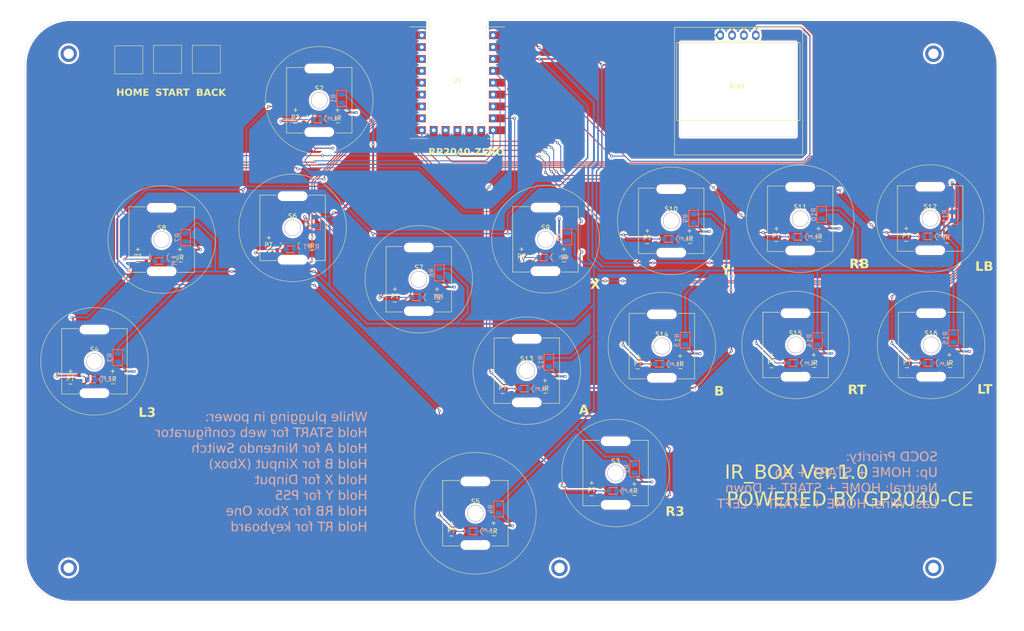
<source format=kicad_pcb>
(kicad_pcb (version 20240108) (generator "pcbnew") (generator_version "8.0")
  (layers (0 "F.Cu" signal) (31 "B.Cu" signal) (34 "B.Paste" user) (35 "F.Paste" user) (36 "B.SilkS" user "B.Silkscreen") (37 "F.SilkS" user "F.Silkscreen") (38 "B.Mask" user) (39 "F.Mask" user) (44 "Edge.Cuts" user))
  (net 0 "")
  (net 1 "3v3")
  (net 2 "GND")
  (net 3 "S1")
  (net 4 "S2")
  (net 5 "R3")
  (net 6 "L3")
  (net 7 "UP")
  (net 8 "DOWN")
  (net 9 "RIGHT")
  (net 10 "LEFT")
  (net 11 "B1")
  (net 12 "B2")
  (net 13 "R2")
  (net 14 "L2")
  (net 15 "B3")
  (net 16 "B4")
  (net 17 "R1")
  (net 18 "L1")
  (net 19 "A1")
  (net 20 "A2")
  (net 21 "5v")
  (net 22 "SCL")
  (net 23 "SDA")
  (net 30 "Net-(S2-IR_A)")
  (net 31 "Net-(S3-IR_A)")
  (net 32 "Net-(S4-IR_A)")
  (net 33 "Net-(S5-IR_A)")
  (net 34 "Net-(S6-IR_A)")
  (net 35 "Net-(S7-IR_A)")
  (net 36 "Net-(S8-IR_A)")
  (net 37 "Net-(S9-IR_A)")
  (net 38 "Net-(S10-IR_A)")
  (net 39 "Net-(S11-IR_A)")
  (net 40 "Net-(S12-IR_A)")
  (net 41 "Net-(S13-IR_A)")
  (net 42 "Net-(S14-IR_A)")
  (net 43 "Net-(S15-IR_A)")
  (net 44 "Net-(S16-IR_A)")
  (footprint "MyFootprints:Keychron_Optical_Switch_23mm" (layer "F.Cu") (at 169.5 122.2)
    (property "Reference" "S3")
    (property "Value" "R3")
  )
  (footprint "MyFootprints:MountingHole_2.2mm_M2_ISO7380_Pad" (layer "F.Cu") (at 237.5 32.5)
    (property "Reference" "HS3")
    (property "Value" "MountingHoleSprt")
  )
  (footprint "MyFootprints:MountingHole_2.2mm_M2_ISO7380_Pad" (layer "F.Cu") (at 52.5 142.5)
    (property "Reference" "HS1")
    (property "Value" "MountingHoleSprt")
  )
  (footprint "MyFootprints:Keychron_Optical_Switch_23mm" (layer "F.Cu") (at 181.4 68.25)
    (property "Reference" "S10")
    (property "Value" "B2")
  )
  (footprint "MyFootprints:Keychron_Optical_Switch_23mm" (layer "F.Cu") (at 237 94.8)
    (property "Reference" "S16")
    (property "Value" "L1")
  )
  (footprint "MyFootprints:128x64OLED_hollowed" (layer "F.Cu") (at 195.5 39.15)
    (property "Reference" "Brd1")
    (property "Value" "SSD1306")
    (fp_rect (start -12 -9) (end 12.5 11) (stroke (width 0.05)) (fill none) (layer "Edge.Cuts"))
  )
  (footprint "MyFootprints:Keychron_Optical_Switch_23mm" (layer "F.Cu") (at 208 94.8)
    (property "Reference" "S15")
    (property "Value" "R1")
  )
  (footprint "MyFootprints:Keychron_Optical_Switch_23mm" (layer "F.Cu") (at 209 67.8)
    (property "Reference" "S11")
    (property "Value" "R2")
  )
  (footprint "MyFootprints:Keychron_Optical_Switch_23mm" (layer "F.Cu") (at 150.5 100.3)
    (property "Reference" "S13")
    (property "Value" "B3")
  )
  (footprint "MyFootprints:6x6pushbutton" (layer "F.Cu") (at 73.65 33.7 90)
    (property "Reference" "U2" (hide yes))
    (property "Value" "~")
  )
  (footprint "RP2040-Zero:RP2040 Zero_flipped" (layer "F.Cu") (at 125.83 51.522)
    (property "Reference" "U1")
    (property "Value" "RP2040-Zero")
  )
  (footprint "MyFootprints:6x6pushbutton" (layer "F.Cu") (at 65.35 33.8 90)
    (property "Reference" "U4" (hide yes))
    (property "Value" "~")
  )
  (footprint "MyFootprints:Keychron_Optical_Switch_23mm" (layer "F.Cu") (at 236.8 67.75)
    (property "Reference" "S12")
    (property "Value" "L2")
  )
  (footprint "MyFootprints:Keychron_Optical_Switch_23mm" (layer "F.Cu") (at 106.1 42.45)
    (property "Reference" "S2")
    (property "Value" "S2")
  )
  (footprint "MyFootprints:Keychron_Optical_Switch_23mm" (layer "F.Cu") (at 154.5 72.2)
    (property "Reference" "S9")
    (property "Value" "B1")
  )
  (footprint "MyFootprints:MountingHole_2.2mm_M2_ISO7380_Pad" (layer "F.Cu") (at 237.5 142.5)
    (property "Reference" "HS2")
    (property "Value" "MountingHoleSprt")
  )
  (footprint "MyFootprints:Keychron_Optical_Switch_23mm" (layer "F.Cu") (at 72.4 72.25)
    (property "Reference" "S8")
    (property "Value" "LEFT")
  )
  (footprint "MyFootprints:Keychron_Optical_Switch_23mm" (layer "F.Cu") (at 127.4 80.75)
    (property "Reference" "S7")
    (property "Value" "RIGHT")
  )
  (footprint "MyFootprints:6x6pushbutton" (layer "F.Cu") (at 81.95 33.7 90)
    (property "Reference" "U3" (hide yes))
    (property "Value" "~")
  )
  (footprint "MyFootprints:Keychron_Optical_Switch_26mm" (layer "F.Cu") (at 139.5 130.8)
    (property "Reference" "S5")
    (property "Value" "UP")
  )
  (footprint "MyFootprints:Keychron_Optical_Switch_23mm" (layer "F.Cu") (at 179.4 95.05)
    (property "Reference" "S14")
    (property "Value" "B4")
  )
  (footprint "MyFootprints:MountingHole_2.2mm_M2_ISO7380_Pad" (layer "F.Cu") (at 157.5 142.5)
    (property "Reference" "HS5")
    (property "Value" "MountingHoleSprt")
  )
  (footprint "MyFootprints:MountingHole_2.2mm_M2_ISO7380_Pad" (layer "F.Cu") (at 52.5 32.5)
    (property "Reference" "HS4")
    (property "Value" "MountingHoleSprt")
  )
  (footprint "MyFootprints:Keychron_Optical_Switch_23mm" (layer "F.Cu") (at 100.4 69.75)
    (property "Reference" "S6")
    (property "Value" "DOWN")
  )
  (footprint "MyFootprints:Keychron_Optical_Switch_23mm" (layer "F.Cu") (at 58 98.3)
    (property "Reference" "S4")
    (property "Value" "L3")
  )
  (footprint "PCM_Resistor_SMD_AKL:R_0805_2012Metric" (layer "B.Cu") (at 241.7 67.3 -90)
    (property "Reference" "R11")
    (property "Value" "R_0805" (hide yes))
  )
  (footprint "PCM_4ms_Resistor:R_0603" (layer "B.Cu") (at 99.91 74.35 180)
    (property "Reference" "RP5" (hide yes))
    (property "Value" "R_PT")
  )
  (footprint "PCM_4ms_Resistor:R_0603" (layer "B.Cu") (at 153.98 76.08 180)
    (property "Reference" "RP8" (hide yes))
    (property "Value" "R_PT")
  )
  (footprint "PCM_4ms_Resistor:R_0603" (layer "B.Cu") (at 138.94 134.69 180)
    (property "Reference" "RP4" (hide yes))
    (property "Value" "R_PT")
  )
  (footprint "PCM_Resistor_SMD_AKL:R_0805_2012Metric" (layer "B.Cu") (at 159.1 71.6875 -90)
    (property "Reference" "R8")
    (property "Value" "R_0805" (hide yes))
  )
  (footprint "PCM_Resistor_SMD_AKL:R_0805_2012Metric" (layer "B.Cu") (at 212.7 93.8875 -90)
    (property "Reference" "R14")
    (property "Value" "R_0805" (hide yes))
  )
  (footprint "PCM_Resistor_SMD_AKL:R_0805_2012Metric" (layer "B.Cu") (at 131.8125 79.4 -90)
    (property "Reference" "R6")
    (property "Value" "R_0805" (hide yes))
  )
  (footprint "PCM_4ms_Resistor:R_0603" (layer "B.Cu") (at 149.91 104.14 180)
    (property "Reference" "RP12" (hide yes))
    (property "Value" "R_PT")
  )
  (footprint "PCM_Resistor_SMD_AKL:R_0805_2012Metric" (layer "B.Cu") (at 77.5125 71.8 -90)
    (property "Reference" "R7")
    (property "Value" "R_0805" (hide yes))
  )
  (footprint "PCM_4ms_Resistor:R_0603" (layer "B.Cu") (at 178.82 98.84 180)
    (property "Reference" "RP13" (hide yes))
    (property "Value" "R_PT")
  )
  (footprint "PCM_Resistor_SMD_AKL:R_0805_2012Metric" (layer "B.Cu") (at 144.5 129.9125 -90)
    (property "Reference" "R4")
    (property "Value" "R_0805" (hide yes))
  )
  (footprint "PCM_4ms_Resistor:R_0603" (layer "B.Cu") (at 208.41 71.67 180)
    (property "Reference" "RP10" (hide yes))
    (property "Value" "R_PT")
  )
  (footprint "PCM_4ms_Resistor:R_0603" (layer "B.Cu") (at 207.4 98.66 180)
    (property "Reference" "RP14" (hide yes))
    (property "Value" "R_PT")
  )
  (footprint "PCM_4ms_Resistor:R_0603" (layer "B.Cu") (at 105.68 46.55 180)
    (property "Reference" "RP1" (hide yes))
    (property "Value" "R_PT")
  )
  (footprint "PCM_Resistor_SMD_AKL:R_0805_2012Metric" (layer "B.Cu") (at 186.2 67.7125 -90)
    (property "Reference" "R9")
    (property "Value" "R_0805" (hide yes))
  )
  (footprint "PCM_4ms_Resistor:R_0603" (layer "B.Cu") (at 236.37 98.64 180)
    (property "Reference" "RP15" (hide yes))
    (property "Value" "R_PT")
  )
  (footprint "PCM_4ms_Resistor:R_0603" (layer "B.Cu") (at 168.91 126.03 180)
    (property "Reference" "RP2" (hide yes))
    (property "Value" "R_PT")
  )
  (footprint "PCM_Resistor_SMD_AKL:R_0805_2012Metric" (layer "B.Cu") (at 110.9 42.0875 -90)
    (property "Reference" "R1")
    (property "Value" "R_0805" (hide yes))
  )
  (footprint "PCM_Resistor_SMD_AKL:R_0805_2012Metric" (layer "B.Cu") (at 213.6125 66.8875 -90)
    (property "Reference" "R10")
    (property "Value" "R_0805" (hide yes))
  )
  (footprint "PCM_Resistor_SMD_AKL:R_0805_2012Metric" (layer "B.Cu") (at 241.8 93.3 -90)
    (property "Reference" "R15")
    (property "Value" "R_0805" (hide yes))
  )
  (footprint "PCM_4ms_Resistor:R_0603" (layer "B.Cu") (at 180.81 72.13 180)
    (property "Reference" "RP9" (hide yes))
    (property "Value" "R_PT")
  )
  (footprint "PCM_Resistor_SMD_AKL:R_0805_2012Metric" (layer "B.Cu") (at 173.6 121.3125 -90)
    (property "Reference" "R2")
    (property "Value" "R_0805" (hide yes))
  )
  (footprint "PCM_4ms_Resistor:R_0603" (layer "B.Cu") (at 126.8 84.62 180)
    (property "Reference" "RP6" (hide yes))
    (property "Value" "R_PT")
  )
  (footprint "PCM_4ms_Resistor:R_0603" (layer "B.Cu") (at 57.31 102.2 180)
    (property "Reference" "RP3" (hide yes))
    (property "Value" "R_PT")
  )
  (footprint "PCM_Resistor_SMD_AKL:R_0805_2012Metric" (layer "B.Cu") (at 155.2125 98.5 -90)
    (property "Reference" "R12")
    (property "Value" "R_0805" (hide yes))
  )
  (footprint "PCM_Resistor_SMD_AKL:R_0805_2012Metric" (layer "B.Cu") (at 184.4 93.7875 -90)
    (property "Reference" "R13")
    (property "Value" "R_0805" (hide yes))
  )
  (footprint "PCM_Resistor_SMD_AKL:R_0805_2012Metric" (layer "B.Cu") (at 105.3 68.3875 -90)
    (property "Reference" "R5")
    (property "Value" "R_0805" (hide yes))
  )
  (footprint "PCM_4ms_Resistor:R_0603" (layer "B.Cu") (at 71.78 76.83 180)
    (property "Reference" "RP7" (hide yes))
    (property "Value" "R_PT")
  )
  (footprint "PCM_4ms_Resistor:R_0603" (layer "B.Cu") (at 236.21 71.57 180)
    (property "Reference" "RP11" (hide yes))
    (property "Value" "R_PT")
  )
  (footprint "PCM_Resistor_SMD_AKL:R_0805_2012Metric" (layer "B.Cu") (at 63.0125 97.5 -90)
    (property "Reference" "R3")
    (property "Value" "R_0805" (hide yes))
  )
  (gr_line (start 53 150) (end 241.5 150) (stroke (width 0.05)) (layer "Edge.Cuts"))
  (gr_line (start 129.46 25) (end 53 25) (stroke (width 0.05)) (layer "Edge.Cuts"))
  (gr_line (start 43 140) (end 43 35) (stroke (width 0.05)) (layer "Edge.Cuts"))
  (gr_arc (start 251.5 140) (mid 248.571068 147.071068) (end 241.5 150) (stroke (width 0.05)) (layer "Edge.Cuts"))
  (gr_arc (start 241.5 25) (mid 248.571068 27.928932) (end 251.5 35) (stroke (width 0.05)) (layer "Edge.Cuts"))
  (gr_line (start 141.89 25) (end 241.5 25) (stroke (width 0.05)) (layer "Edge.Cuts"))
  (gr_line (start 129.46 47.35) (end 129.46 25) (stroke (width 0.05)) (layer "Edge.Cuts"))
  (gr_arc (start 43 35) (mid 45.928932 27.928932) (end 53 25) (stroke (width 0.05)) (layer "Edge.Cuts"))
  (gr_line (start 141.89 25) (end 141.89 47.35) (stroke (width 0.05)) (layer "Edge.Cuts"))
  (gr_line (start 141.89 47.35) (end 129.46 47.35) (stroke (width 0.05)) (layer "Edge.Cuts"))
  (gr_arc (start 53 150) (mid 45.928932 147.071068) (end 43 140) (stroke (width 0.05)) (layer "Edge.Cuts"))
  (gr_line (start 251.5 35) (end 251.5 140) (stroke (width 0.05)) (layer "Edge.Cuts"))
  (gr_text "While plugging in power:\nHold START for web configurator\nHold A for Nintendo Switch\nHold B for Xinput (Xbox)\nHold X for Dinput\nHold Y for PS5\nHold RB for Xbox One\nHold RT for keyboard" (at 116.42 134.99 0) (layer "B.SilkS") (effects (font (size 2 2) (thickness 0.1)) (justify left bottom mirror)))
  (gr_text "SOCD Priority:\nUp: HOME + START + Up\nNeutral: HOME + START + Down\nLast Wins: HOME + START + LEFT" (at 238.41 130.07 0) (layer "B.SilkS") (effects (font (size 2 2) (thickness 0.1)) (justify left bottom mirror)))
  (gr_text "L3" (at 67.42 110.52 0) (layer "F.SilkS") (effects (font (size 2 2) (thickness 0.3) (bold yes)) (justify left bottom)))
  (gr_text "B" (at 190.58 105.96 0) (layer "F.SilkS") (effects (font (size 2 2) (thickness 0.3) (bold yes)) (justify left bottom)))
  (gr_text "HOME" (at 62.66 41.75 0) (layer "F.SilkS") (effects (font (size 1.5 1.5) (thickness 0.3) (bold yes)) (justify left bottom)))
  (gr_text "BACK\n" (at 79.75 41.77 0) (layer "F.SilkS") (effects (font (size 1.5 1.5) (thickness 0.3) (bold yes)) (justify left bottom)))
  (gr_text "RP2040-ZERO\n" (at 129.45 54.47 0) (layer "F.SilkS") (effects (font (size 1.5 1.5) (thickness 0.3) (bold yes)) (justify left bottom)))
  (gr_text "LT\n" (at 246.88 105.56 0) (layer "F.SilkS") (effects (font (size 2 2) (thickness 0.3) (bold yes)) (justify left bottom)))
  (gr_text "R3" (at 180.15 131.7 0) (layer "F.SilkS") (effects (font (size 2 2) (thickness 0.3) (bold yes)) (justify left bottom)))
  (gr_text "RT" (at 219.16 105.67 0) (layer "F.SilkS") (effects (font (size 2 2) (thickness 0.3) (bold yes)) (justify left bottom)))
  (gr_text "IR_BOX Ver.1.0" (at 192.83 123.94 0) (layer "F.SilkS") (effects (font (size 3 3) (thickness 0.1)) (justify left bottom)))
  (gr_text "RB" (at 219.5 78.73 0) (layer "F.SilkS") (effects (font (size 2 2) (thickness 0.3) (bold yes)) (justify left bottom)))
  (gr_text "START" (at 70.99 41.74 0) (layer "F.SilkS") (effects (font (size 1.5 1.5) (thickness 0.3) (bold yes)) (justify left bottom)))
  (gr_text "X" (at 164.08 83.15 0) (layer "F.SilkS") (effects (font (size 2 2) (thickness 0.3) (bold yes)) (justify left bottom)))
  (gr_text "Y" (at 192.1 80.11 0) (layer "F.SilkS") (effects (font (size 2 2) (thickness 0.3) (bold yes)) (justify left bottom)))
  (gr_text "POWERED BY GP2040-CE" (at 193.21 129.73 0) (layer "F.SilkS") (effects (font (size 3 3) (thickness 0.1)) (justify left bottom)))
  (gr_text "LB" (at 246.42 79.28 0) (layer "F.SilkS") (effects (font (size 2 2) (thickness 0.3) (bold yes)) (justify left bottom)))
  (gr_text "A" (at 161.65 109.93 0) (layer "F.SilkS") (effects (font (size 2 2) (thickness 0.3) (bold yes)) (justify left bottom)))
  (segment (start 144.19 33.615) (end 144.205 33.6) (width 0.2) (layer "F.Cu") (net 1))
  (segment (start 151 77.15) (end 151.2 76.95) (width 0.2) (layer "F.Cu") (net 1))
  (segment (start 194.42 27.01) (end 194.42 28.55) (width 0.3) (layer "F.Cu") (net 1))
  (segment (start 69.1 77) (end 66.95 77) (width 0.2) (layer "F.Cu") (net 1))
  (segment (start 201.79 99.55) (end 201.89 99.55) (width 0.3) (layer "F.Cu") (net 1))
  (segment (start 174.08 77.02) (end 178.1 73) (width 0.3) (layer "F.Cu") (net 1))
  (segment (start 149.3 70.98) (end 146.41 70.98) (width 0.2) (layer "F.Cu") (net 1))
  (segment (start 165.21 127.94) (end 166.2 126.95) (width 0.3) (layer "F.Cu") (net 1))
  (segment (start 54.7 103.05) (end 54.5 103.25) (width 0.2) (layer "F.Cu") (net 1))
  (segment (start 173.61 101.66) (end 173.61 101.47) (width 0.3) (layer "F.Cu") (net 1))
  (segment (start 174.08 77.25) (end 174.08 77.02) (width 0.3) (layer "F.Cu") (net 1))
  (segment (start 69.1 77) (end 68.9 77.2) (width 0.2) (layer "F.Cu") (net 1))
  (segment (start 53.41 97.83) (end 56.77 101.19) (width 0.3) (layer "F.Cu") (net 1))
  (segment (start 56.77 101.19) (end 56.77 102.27) (width 0.3) (layer "F.Cu") (net 1))
  (segment (start 174.02 109.99) (end 181.07 117.04) (width 0.3) (layer "F.Cu") (net 1))
  (segment (start 175.84 132.04) (end 167.52 132.04) (width 0.3) (layer "F.Cu") (net 1))
  (segment (start 102.2 42.87) (end 101.3 43.77) (width 0.2) (layer "F.Cu") (net 1))
  (segment (start 174.08 77.25) (end 177.45 77.25) (width 0.3) (layer "F.Cu") (net 1))
  (segment (start 175.28 99.8) (end 176.1 99.8) (width 0.3) (layer "F.Cu") (net 1))
  (segment (start 155.03 109.99) (end 154.9 110.12) (width 0.3) (layer "F.Cu") (net 1))
  (segment (start 151.2 76.95) (end 151.75 76.95) (width 0.2) (layer "F.Cu") (net 1))
  (segment (start 194.15 77.25) (end 200.83 77.25) (width 0.3) (layer "F.Cu") (net 1))
  (segment (start 175.96 104.01) (end 161.01 104.01) (width 0.3) (layer "F.Cu") (net 1))
  (segment (start 104.75 45.96) (end 104.75 45.3) (width 0.2) (layer "F.Cu") (net 1))
  (segment (start 146.42 105.83) (end 147.2 105.05) (width 0.3) (layer "F.Cu") (net 1))
  (segment (start 201.89 99.55) (end 201.89 100.33) (width 0.3) (layer "F.Cu") (net 1))
  (segment (start 175.92 26.49) (end 193.9 26.49) (width 0.3) (layer "F.Cu") (net 1))
  (segment (start 125.63 83.45) (end 117.58 75.4) (width 0.2) (layer "F.Cu") (net 1))
  (segment (start 200.83 77.25) (end 201 77.25) (width 0.3) (layer "F.Cu") (net 1))
  (segment (start 97.1 74.5) (end 97.99 73.61) (width 0.2) (layer "F.Cu") (net 1))
  (segment (start 97.1 74.5) (end 96.9 74.7) (width 0.2) (layer "F.Cu") (net 1))
  (segment (start 89.8 63.33) (end 89.8 61.56) (width 0.2) (layer "F.Cu") (net 1))
  (segment (start 167.51 34.9) (end 175.92 26.49) (width 0.3) (layer "F.Cu") (net 1))
  (segment (start 194.2 91.96) (end 194.29 92.05) (width 0.3) (layer "F.Cu") (net 1))
  (segment (start 193.9 26.49) (end 194.42 27.01) (width 0.3) (layer "F.Cu") (net 1))
  (segment (start 102.8 47.2) (end 103.51 47.2) (width 0.2) (layer "F.Cu") (net 1))
  (segment (start 124.1 85.5) (end 125.63 83.97) (width 0.2) (layer "F.Cu") (net 1))
  (segment (start 153.25 132.04) (end 145.51 139.78) (width 0.3) (layer "F.Cu") (net 1))
  (segment (start 134.01 139.21) (end 134.01 137.74) (width 0.3) (layer "F.Cu") (net 1))
  (segment (start 117.58 75.4) (end 117.58 70.98) (width 0.2) (layer "F.Cu") (net 1))
  (segment (start 125.63 83.97) (end 125.63 83.45) (width 0.2) (layer "F.Cu") (net 1))
  (segment (start 55.99 103.05) (end 54.7 103.05) (width 0.3) (layer "F.Cu") (net 1))
  (segment (start 194.2 91.96) (end 201.79 99.55) (width 0.3) (layer "F.Cu") (net 1))
  (segment (start 161.01 104.01) (end 155.03 109.99) (width 0.3) (layer "F.Cu") (net 1))
  (segment (start 56.77 102.27) (end 55.99 103.05) (width 0.3) (layer "F.Cu") (net 1))
  (segment (start 201 77.25) (end 205.7 72.55) (width 0.3) (layer "F.Cu") (net 1))
  (segment (start 53.16 88.9) (end 53.41 89.15) (width 0.3) (layer "F.Cu") (net 1))
  (segment (start 151.75 76.95) (end 153.06 75.64) (width 0.2) (layer "F.Cu") (net 1))
  (segment (start 153.17 33.615) (end 144.19 33.615) (width 0.3) (layer "F.Cu") (net 1))
  (segment (start 145.51 139.78) (end 134.58 139.78) (width 0.3) (layer "F.Cu") (net 1))
  (segment (start 97.99 73.61) (end 97.99 71.52) (width 0.2) (layer "F.Cu") (net 1))
  (segment (start 200.83 77.25) (end 228.75 77.25) (width 0.3) (layer "F.Cu") (net 1))
  (segment (start 155.03 109.99) (end 174.02 109.99) (width 0.3) (layer "F.Cu") (net 1))
  (segment (start 166.57 34.9) (end 165.285 33.615) (width 0.3) (layer "F.Cu") (net 1))
  (segment (start 189.65 77.25) (end 194.15 77.25) (width 0.3) (layer "F.Cu") (net 1))
  (segment (start 66.95 77) (end 65.185 78.765) (width 0.2) (layer "F.Cu") (net 1))
  (segment (start 205.23 103.67) (end 229.58 103.67) (width 0.3) (layer "F.Cu") (net 1))
  (segment (start 181.07 126.81) (end 175.84 132.04) (width 0.3) (layer "F.Cu") (net 1))
  (segment (start 194.15 79.94) (end 194.2 79.99) (width 0.3) (layer "F.Cu") (net 1))
  (segment (start 173.61 101.47) (end 175.28 99.8) (width 0.3) (layer "F.Cu") (net 1))
  (segment (start 104.75 45.3) (end 102.32 42.87) (width 0.2) (layer "F.Cu") (net 1))
  (segment (start 194.2 83.02) (end 194.2 91.96) (width 0.3) (layer "F.Cu") (net 1))
  (segment (start 201.89 99.55) (end 204.7 99.55) (width 0.3) (layer "F.Cu") (net 1))
  (segment (start 229.58 103.67) (end 233.7 99.55) (width 0.3) (layer "F.Cu") (net 1))
  (segment (start 186.35 104.01) (end 175.96 104.01) (width 0.3) (layer "F.Cu") (net 1))
  (segment (start 186.36 104.01) (end 186.35 104.01) (width 0.3) (layer "F.Cu") (net 1))
  (segment (start 166.2 126.95) (end 165.85 126.6) (width 0.2) (layer "F.Cu") (net 1))
  (segment (start 146.42 107.98) (end 146.42 105.83) (width 0.3) (layer "F.Cu") (net 1))
  (segment (start 165.21 129.73) (end 165.21 127.94) (width 0.3) (layer "F.Cu") (net 1))
  (segment (start 194.15 77.25) (end 194.15 79.94) (width 0.3) (layer "F.Cu") (net 1))
  (segment (start 148.56 110.12) (end 146.42 107.98) (width 0.3) (layer "F.Cu") (net 1))
  (segment (start 101.3 43.77) (end 95.27 43.77) (width 0.2) (layer "F.Cu") (net 1))
  (segment (start 134.58 139.78) (end 134.01 139.21) (width 0.3) (layer "F.Cu") (net 1))
  (segment (start 167.52 132.04) (end 165.21 129.73) (width 0.3) (layer "F.Cu") (net 1))
  (segment (start 97.99 71.52) (end 89.8 63.33) (width 0.2) (layer "F.Cu") (net 1))
  (segment (start 194.29 92.05) (end 194.29 96.08) (width 0.3) (layer "F.Cu") (net 1))
  (segment (start 153.06 75.64) (end 153.06 74.74) (width 0.2) (layer "F.Cu") (net 1))
  (segment (start 154.9 110.12) (end 148.56 110.12) (width 0.3) (layer "F.Cu") (net 1))
  (segment (start 102.32 42.87) (end 102.2 42.87) (width 0.2) (layer "F.Cu") (net 1))
  (segment (start 228.75 77.25) (end 233.5 72.5) (width 0.3) (layer "F.Cu") (net 1))
  (segment (start 175.96 104.01) (end 173.61 101.66) (width 0.3) (layer "F.Cu") (net 1))
  (segment (start 167.52 132.04) (end 153.25 132.04) (width 0.3) (layer "F.Cu") (net 1))
  (segment (start 201.89 100.33) (end 205.23 103.67) (width 0.3) (layer "F.Cu") (net 1))
  (segment (start 165.285 33.615) (end 153.17 33.615) (width 0.3) (layer "F.Cu") (net 1))
  (segment (start 166.57 34.9) (end 167.51 34.9) (width 0.3) (layer "F.Cu") (net 1))
  (segment (start 53.41 89.15) (end 53.41 97.83) (width 0.3) (layer "F.Cu") (net 1))
  (segment (start 134.01 137.74) (end 136.2 135.55) (width 0.3) (layer "F.Cu") (net 1))
  (segment (start 103.51 47.2) (end 104.75 45.96) (width 0.2) (layer "F.Cu") (net 1))
  (segment (start 153.06 74.74) (end 149.3 70.98) (width 0.2) (layer "F.Cu") (net 1))
  (via (at 117.58 70.98) (size 0.6) (drill 0.3) (layers "F.Cu" "B.Cu") (net 1))
  (via (at 194.2 83.02) (size 0.6) (drill 0.3) (layers "F.Cu" "B.Cu") (net 1))
  (via (at 194.2 79.99) (size 0.6) (drill 0.3) (layers "F.Cu" "B.Cu") (net 1))
  (via (at 65.185 78.765) (size 0.6) (drill 0.3) (layers "F.Cu" "B.Cu") (net 1))
  (via (at 166.57 34.9) (size 0.6) (drill 0.3) (layers "F.Cu" "B.Cu") (net 1))
  (via (at 181.07 126.81) (size 0.6) (drill 0.3) (layers "F.Cu" "B.Cu") (net 1))
  (via (at 186.35 104.01) (size 0.6) (drill 0.3) (layers "F.Cu" "B.Cu") (net 1))
  (via (at 174.08 77.25) (size 0.6) (drill 0.3) (layers "F.Cu" "B.Cu") (net 1))
  (via (at 89.8 61.56) (size 0.6) (drill 0.3) (layers "F.Cu" "B.Cu") (net 1))
  (via (at 194.29 96.08) (size 0.6) (drill 0.3) (layers "F.Cu" "B.Cu") (net 1))
  (via (at 189.65 77.25) (size 0.6) (drill 0.3) (layers "F.Cu" "B.Cu") (net 1))
  (via (at 146.41 70.98) (size 0.6) (drill 0.3) (layers "F.Cu" "B.Cu") (net 1))
  (via (at 95.27 43.77) (size 0.6) (drill 0.3) (layers "F.Cu" "B.Cu") (net 1))
  (via (at 177.45 77.25) (size 0.6) (drill 0.3) (layers "F.Cu" "B.Cu") (net 1))
  (via (at 153.17 33.615) (size 0.6) (drill 0.3) (layers "F.Cu" "B.Cu") (net 1))
  (via (at 181.07 117.04) (size 0.6) (drill 0.3) (layers "F.Cu" "B.Cu") (net 1))
  (via (at 53.16 88.9) (size 0.6) (drill 0.3) (layers "F.Cu" "B.Cu") (net 1))
  (segment (start 165.41 75.57) (end 167.07 77.23) (width 0.3) (layer "B.Cu") (net 1))
  (segment (start 89.8 61.56) (end 69.04 61.56) (width 0.3) (layer "B.Cu") (net 1))
  (segment (start 166.57 34.9) (end 166.57 56.46) (width 0.3) (layer "B.Cu") (net 1))
  (segment (start 95.27 43.77) (end 90.49 48.55) (width 0.2) (layer "B.Cu") (net 1))
  (segment (start 163.54 54.78) (end 157.75 60.57) (width 0.3) (layer "B.Cu") (net 1))
  (segment (start 153.405 33.615) (end 163.54 43.75) (width 0.3) (layer "B.Cu") (net 1))
  (segment (start 69.04 61.56) (end 62.77 67.83) (width 0.3) (layer "B.Cu") (net 1))
  (segment (start 153.17 33.615) (end 153.405 33.615) (width 0.3) (layer "B.Cu") (net 1))
  (segment (start 177.45 77.25) (end 189.65 77.25) (width 0.3) (layer "B.Cu") (net 1))
  (segment (start 167.07 77.23) (end 167.24 77.23) (width 0.3) (layer "B.Cu") (net 1))
  (segment (start 194.2 79.99) (end 194.2 83.02) (width 0.3) (layer "B.Cu") (net 1))
  (segment (start 163.54 43.75) (end 163.54 54.78) (width 0.3) (layer "B.Cu") (net 1))
  (segment (start 166.57 56.46) (end 165.41 57.62) (width 0.3) (layer "B.Cu") (net 1))
  (segment (start 194.28 96.08) (end 186.35 104.01) (width 0.3) (layer "B.Cu") (net 1))
  (segment (start 181.07 117.04) (end 181.07 126.81) (width 0.3) (layer "B.Cu") (net 1))
  (segment (start 146.41 70.98) (end 117.58 70.98) (width 0.3) (layer "B.Cu") (net 1))
  (segment (start 167.24 77.23) (end 167.26 77.25) (width 0.3) (layer "B.Cu") (net 1))
  (segment (start 62.77 67.83) (end 62.77 76.35) (width 0.3) (layer "B.Cu") (net 1))
  (segment (start 165.41 57.62) (end 165.41 75.57) (width 0.3) (layer "B.Cu") (net 1))
  (segment (start 56.470101 88.9) (end 65.8 79.570101) (width 0.3) (layer "B.Cu") (net 1))
  (segment (start 152.74 60.57) (end 146.41 66.9) (width 0.3) (layer "B.Cu") (net 1))
  (segment (start 53.16 88.9) (end 56.470101 88.9) (width 0.3) (layer "B.Cu") (net 1))
  (segment (start 107.47 60.87) (end 90.49 60.87) (width 0.3) (layer "B.Cu") (net 1))
  (segment (start 167.26 77.25) (end 174.08 77.25) (width 0.3) (layer "B.Cu") (net 1))
  (segment (start 117.58 70.98) (end 107.47 60.87) (width 0.3) (layer "B.Cu") (net 1))
  (segment (start 65.8 79.570101) (end 65.8 79.38) (width 0.3) (layer "B.Cu") (net 1))
  (segment (start 62.77 76.35) (end 65.185 78.765) (width 0.3) (layer "B.Cu") (net 1))
  (segment (start 146.41 66.9) (end 146.41 70.98) (width 0.3) (layer "B.Cu") (net 1))
  (segment (start 90.49 60.87) (end 89.8 61.56) (width 0.3) (layer "B.Cu") (net 1))
  (segment (start 90.49 48.55) (end 90.49 60.87) (width 0.2) (layer "B.Cu") (net 1))
  (segment (start 194.29 96.08) (end 194.28 96.08) (width 0.3) (layer "B.Cu") (net 1))
  (segment (start 65.8 79.38) (end 65.185 78.765) (width 0.3) (layer "B.Cu") (net 1))
  (segment (start 157.75 60.57) (end 152.74 60.57) (width 0.3) (layer "B.Cu") (net 1))
  (segment (start 81.39 28.01) (end 126.625 28.01) (width 0.2) (layer "F.Cu") (net 3))
  (segment (start 126.625 28.01) (end 127.15 28.535) (width 0.2) (layer "F.Cu") (net 3))
  (segment (start 79.7 29.7) (end 81.39 28.01) (width 0.2) (layer "F.Cu") (net 3))
  (segment (start 126.325 31.9) (end 127.15 31.075) (width 0.2) (layer "F.Cu") (net 4))
  (segment (start 73.6 31.9) (end 126.325 31.9) (width 0.2) (layer "F.Cu") (net 4))
  (segment (start 71.4 29.7) (end 73.6 31.9) (width 0.2) (layer "F.Cu") (net 4))
  (segment (start 141.9 61.56) (end 141.9 107.2) (width 0.2) (layer "F.Cu") (net 5))
  (segment (start 142.46 61) (end 141.9 61.56) (width 0.2) (layer "F.Cu") (net 5))
  (segment (start 141.9 107.2) (end 158.04 123.34) (width 0.2) (layer "F.Cu") (net 5))
  (segment (start 158.27 125.15) (end 166.2 125.15) (width 0.2) (layer "F.Cu") (net 5))
  (segment (start 158.04 123.34) (end 158.04 124.92) (width 0.2) (layer "F.Cu") (net 5))
  (segment (start 158.04 124.92) (end 158.27 125.15) (width 0.2) (layer "F.Cu") (net 5))
  (via (at 158.04 124.92) (size 0.6) (drill 0.3) (layers "F.Cu" "B.Cu") (net 5))
  (via (at 142.46 61) (size 0.63) (drill 0.33) (layers "F.Cu" "B.Cu") (net 5))
  (segment (start 145.9 57.4) (end 145.9 38.765) (width 0.2) (layer "B.Cu") (net 5))
  (segment (start 145.9 38.765) (end 143.29 36.155) (width 0.2) (layer "B.Cu") (net 5))
  (segment (start 142.46 61) (end 142.46 60.84) (width 0.2) (layer "B.Cu") (net 5))
  (segment (start 142.46 60.84) (end 145.9 57.4) (width 0.2) (layer "B.Cu") (net 5))
  (segment (start 158.04 124.92) (end 159.15 126.03) (width 0.2) (layer "B.Cu") (net 5))
  (segment (start 159.15 126.03) (end 168.06 126.03) (width 0.2) (layer "B.Cu") (net 5))
  (segment (start 50 98.35) (end 50 74.4) (width 0.2) (layer "F.Cu") (net 6))
  (segment (start 50.25 101.25) (end 54.7 101.25) (width 0.2) (layer "F.Cu") (net 6))
  (segment (start 50 74.4) (end 68.7 55.7) (width 0.2) (layer "F.Cu") (net 6))
  (segment (start 50.01 101.49) (end 50.25 101.25) (width 0.2) (layer "F.Cu") (net 6))
  (segment (start 50.01 98.36) (end 50 98.35) (width 0.2) (layer "F.Cu") (net 6))
  (segment (start 50.01 101.49) (end 50.01 98.36) (width 0.2) (layer "F.Cu") (net 6))
  (segment (start 105.1 55.7) (end 105.2 55.6) (width 0.2) (layer "F.Cu") (net 6))
  (segment (start 68.7 55.7) (end 105.1 55.7) (width 0.2) (layer "F.Cu") (net 6))
  (via (at 105.2 55.6) (size 0.63) (drill 0.33) (layers "F.Cu" "B.Cu") (net 6))
  (via (at 50.01 101.49) (size 0.6) (drill 0.3) (layers "F.Cu" "B.Cu") (net 6))
  (segment (start 141.7 55.4) (end 144.8 52.3) (width 0.2) (layer "B.Cu") (net 6))
  (segment (start 144.8 40.205) (end 143.29 38.695) (width 0.2) (layer "B.Cu") (net 6))
  (segment (start 55.75 101.49) (end 56.46 102.2) (width 0.2) (layer "B.Cu") (net 6))
  (segment (start 105.4 55.4) (end 141.7 55.4) (width 0.2) (layer "B.Cu") (net 6))
  (segment (start 105.2 55.6) (end 105.4 55.4) (width 0.2) (layer "B.Cu") (net 6))
  (segment (start 144.8 52.3) (end 144.8 40.205) (width 0.2) (layer "B.Cu") (net 6))
  (segment (start 50.01 101.49) (end 55.75 101.49) (width 0.2) (layer "B.Cu") (net 6))
  (segment (start 105.105 82.025) (end 104.98 81.9) (width 0.2) (layer "F.Cu") (net 7))
  (segment (start 131.8 131.15) (end 134.4 133.75) (width 0.2) (layer "F.Cu") (net 7))
  (segment (start 107.559314 56.3) (end 123.9 39.959314) (width 0.2) (layer "F.Cu") (net 7))
  (segment (start 134.4 133.75) (end 136.2 133.75) (width 0.2) (layer "F.Cu") (net 7))
  (segment (start 63 78.9) (end 63 62.1) (width 0.2) (layer "F.Cu") (net 7))
  (segment (start 66 81.9) (end 63 78.9) (width 0.2) (layer "F.Cu") (net 7))
  (segment (start 131.8 108.9) (end 131.8 131.15) (width 0.2) (layer "F.Cu") (net 7))
  (segment (start 68.8 56.3) (end 107.559314 56.3) (width 0.2) (layer "F.Cu") (net 7))
  (segment (start 125.285 33.615) (end 127.15 33.615) (width 0.2) (layer "F.Cu") (net 7))
  (segment (start 63 62.1) (end 68.8 56.3) (width 0.2) (layer "F.Cu") (net 7))
  (segment (start 123.9 39.959314) (end 123.9 35) (width 0.2) (layer "F.Cu") (net 7))
  (segment (start 123.9 35) (end 125.285 33.615) (width 0.2) (layer "F.Cu") (net 7))
  (segment (start 104.98 81.9) (end 66 81.9) (width 0.2) (layer "F.Cu") (net 7))
  (via (at 131.8 131.15) (size 0.6) (drill 0.3) (layers "F.Cu" "B.Cu") (net 7))
  (via (at 105.105 82.025) (size 0.6) (drill 0.3) (layers "F.Cu" "B.Cu") (net 7))
  (via (at 131.8 108.9) (size 0.6) (drill 0.3) (layers "F.Cu" "B.Cu") (net 7))
  (segment (start 135.34 134.69) (end 138.09 134.69) (width 0.2) (layer "B.Cu") (net 7))
  (segment (start 131.8 108.9) (end 131.8 108.72) (width 0.2) (layer "B.Cu") (net 7))
  (segment (start 131.8 131.15) (end 135.34 134.69) (width 0.2) (layer "B.Cu") (net 7))
  (segment (start 131.8 108.72) (end 105.105 82.025) (width 0.2) (layer "B.Cu") (net 7))
  (segment (start 103.45 77.9) (end 104.55 76.8) (width 0.2) (layer "F.Cu") (net 8))
  (segment (start 104.55 59.875) (end 124.3 40.125) (width 0.2) (layer "F.Cu") (net 8))
  (segment (start 125.045 36.155) (end 127.15 36.155) (width 0.2) (layer "F.Cu") (net 8))
  (segment (start 124.3 36.9) (end 125.045 36.155) (width 0.2) (layer "F.Cu") (net 8))
  (segment (start 96.9 77.25) (end 97.55 77.9) (width 0.2) (layer "F.Cu") (net 8))
  (segment (start 124.3 40.125) (end 124.3 36.9) (width 0.2) (layer "F.Cu") (net 8))
  (segment (start 97.55 77.9) (end 103.45 77.9) (width 0.2) (layer "F.Cu") (net 8))
  (segment (start 92.42 75.12) (end 94.77 75.12) (width 0.2) (layer "F.Cu") (net 8))
  (segment (start 94.68 75.12) (end 97.1 72.7) (width 0.2) (layer "F.Cu") (net 8))
  (segment (start 94.77 75.12) (end 97.07 77.42) (width 0.2) (layer "F.Cu") (net 8))
  (segment (start 92.42 75.12) (end 94.68 75.12) (width 0.2) (layer "F.Cu") (net 8))
  (segment (start 104.55 71.67) (end 104.55 59.875) (width 0.2) (layer "F.Cu") (net 8))
  (via (at 104.55 76.8) (size 0.6) (drill 0.3) (layers "F.Cu" "B.Cu") (net 8))
  (via (at 104.55 71.67) (size 0.6) (drill 0.3) (layers "F.Cu" "B.Cu") (net 8))
  (via (at 92.42 75.12) (size 0.6) (drill 0.3) (layers "F.Cu" "B.Cu") (net 8))
  (segment (start 92.42 75.12) (end 93.19 74.35) (width 0.2) (layer "B.Cu") (net 8))
  (segment (start 93.19 74.35) (end 99.06 74.35) (width 0.2) (layer "B.Cu") (net 8))
  (segment (start 104.55 71.67) (end 104.55 76.8) (width 0.2) (layer "B.Cu") (net 8))
  (segment (start 124.7 38.9) (end 124.905 38.695) (width 0.2) (layer "F.Cu") (net 9))
  (segment (start 124.905 38.695) (end 128.05 38.695) (width 0.2) (layer "F.Cu") (net 9))
  (segment (start 119.08 80.48) (end 105.1 66.5) (width 0.2) (layer "F.Cu") (net 9))
  (segment (start 105.1 66.5) (end 105.1 59.890686) (width 0.2) (layer "F.Cu") (net 9))
  (segment (start 105.1 59.890686) (end 124.7 40.290686) (width 0.2) (layer "F.Cu") (net 9))
  (segment (start 119.08 84.7) (end 119.08 80.48) (width 0.2) (layer "F.Cu") (net 9))
  (segment (start 124.7 40.290686) (end 124.7 38.9) (width 0.2) (layer "F.Cu") (net 9))
  (segment (start 120.08 83.7) (end 119.08 84.7) (width 0.2) (layer "F.Cu") (net 9))
  (segment (start 124.1 83.7) (end 120.08 83.7) (width 0.2) (layer "F.Cu") (net 9))
  (via (at 119.08 84.7) (size 0.6) (drill 0.3) (layers "F.Cu" "B.Cu") (net 9))
  (segment (start 119.08 84.7) (end 119.16 84.62) (width 0.2) (layer "B.Cu") (net 9))
  (segment (start 119.16 84.62) (end 125.95 84.62) (width 0.2) (layer "B.Cu") (net 9))
  (segment (start 107.245343 59.154657) (end 107.245343 58.311029) (width 0.2) (layer "F.Cu") (net 10))
  (segment (start 68.9 56.9) (end 101.24 56.9) (width 0.2) (layer "F.Cu") (net 10))
  (segment (start 65.72 75.2) (end 69.1 75.2) (width 0.2) (layer "F.Cu") (net 10))
  (segment (start 67.3 73.62) (end 67.3 69.6) (width 0.2) (layer "F.Cu") (net 10))
  (segment (start 124.321372 41.235) (end 127.15 41.235) (width 0.2) (layer "F.Cu") (net 10))
  (segment (start 63.6 65.9) (end 63.6 62.2) (width 0.2) (layer "F.Cu") (net 10))
  (segment (start 107.245343 58.311029) (end 124.321372 41.235) (width 0.2) (layer "F.Cu") (net 10))
  (segment (start 101.24 56.9) (end 101.52 57.18) (width 0.2) (layer "F.Cu") (net 10))
  (segment (start 67.3 69.6) (end 63.6 65.9) (width 0.2) (layer "F.Cu") (net 10))
  (segment (start 63.6 62.2) (end 68.9 56.9) (width 0.2) (layer "F.Cu") (net 10))
  (segment (start 64.47 76.45) (end 65.72 75.2) (width 0.2) (layer "F.Cu") (net 10))
  (segment (start 64.47 76.45) (end 67.3 73.62) (width 0.2) (layer "F.Cu") (net 10))
  (segment (start 107.1 59.3) (end 107.245343 59.154657) (width 0.2) (layer "F.Cu") (net 10))
  (via (at 64.47 76.45) (size 0.6) (drill 0.3) (layers "F.Cu" "B.Cu") (net 10))
  (via (at 107.1 59.3) (size 0.63) (drill 0.33) (layers "F.Cu" "B.Cu") (net 10))
  (via (at 101.52 57.18) (size 0.63) (drill 0.33) (layers "F.Cu" "B.Cu") (net 10))
  (segment (start 101.52 57.18) (end 102.08 57.18) (width 0.2) (layer "B.Cu") (net 10))
  (segment (start 104.2 59.3) (end 107.1 59.3) (width 0.2) (layer "B.Cu") (net 10))
  (segment (start 64.47 76.45) (end 70.55 76.45) (width 0.2) (layer "B.Cu") (net 10))
  (segment (start 70.55 76.45) (end 70.93 76.83) (width 0.2) (layer "B.Cu") (net 10))
  (segment (start 102.08 57.18) (end 104.2 59.3) (width 0.2) (layer "B.Cu") (net 10))
  (segment (start 240 81.1) (end 244.9 76.2) (width 0.2) (layer "F.Cu") (net 11))
  (segment (start 123.82 45.07) (end 125.115 43.775) (width 0.2) (layer "F.Cu") (net 11))
  (segment (start 244.9 76.2) (end 244.9 60.7) (width 0.2) (layer "F.Cu") (net 11))
  (segment (start 210.272744 57.12) (end 168.33 57.12) (width 0.2) (layer "F.Cu") (net 11))
  (segment (start 167.3 81.1) (end 149.3 81.1) (width 0.2) (layer "F.Cu") (net 11))
  (segment (start 142.84 100.69) (end 145.4 103.25) (width 0.2) (layer "F.Cu") (net 11))
  (segment (start 171 81.1) (end 240 81.1) (width 0.2) (layer "F.Cu") (net 11))
  (segment (start 125.115 43.775) (end 127.15 43.775) (width 0.2) (layer "F.Cu") (net 11))
  (segment (start 168.33 57.12) (end 168.06 56.85) (width 0.2) (layer "F.Cu") (net 11))
  (segment (start 130.2 56.85) (end 123.82 50.47) (width 0.2) (layer "F.Cu") (net 11))
  (segment (start 142.6 87.8) (end 142.6 100.45) (width 0.2) (layer "F.Cu") (net 11))
  (segment (start 244.9 60.7) (end 240.12 55.92) (width 0.2) (layer "F.Cu") (net 11))
  (segment (start 240.12 55.92) (end 211.472744 55.92) (width 0.2) (layer "F.Cu") (net 11))
  (segment (start 145.4 103.25) (end 147.2 103.25) (width 0.2) (layer "F.Cu") (net 11))
  (segment (start 168.06 56.85) (end 130.2 56.85) (width 0.2) (layer "F.Cu") (net 11))
  (segment (start 142.6 100.45) (end 142.84 100.69) (width 0.2) (layer "F.Cu") (net 11))
  (segment (start 149.3 81.1) (end 142.6 87.8) (width 0.2) (layer "F.Cu") (net 11))
  (segment (start 211.472744 55.92) (end 210.272744 57.12) (width 0.2) (layer "F.Cu") (net 11))
  (segment (start 123.82 50.47) (end 123.82 45.07) (width 0.2) (layer "F.Cu") (net 11))
  (via (at 167.3 81.1) (size 0.63) (drill 0.33) (layers "F.Cu" "B.Cu") (net 11))
  (via (at 171 81.1) (size 0.63) (drill 0.33) (layers "F.Cu" "B.Cu") (net 11))
  (via (at 142.84 100.69) (size 0.6) (drill 0.3) (layers "F.Cu" "B.Cu") (net 11))
  (segment (start 149.06 104.14) (end 146.29 104.14) (width 0.2) (layer "B.Cu") (net 11))
  (segment (start 167.3 81.1) (end 171 81.1) (width 0.2) (layer "B.Cu") (net 11))
  (segment (start 146.29 104.14) (end 142.84 100.69) (width 0.2) (layer "B.Cu") (net 11))
  (segment (start 124.62 47.02) (end 125.325 46.315) (width 0.2) (layer "F.Cu") (net 12))
  (segment (start 240.285686 55.52) (end 211.307058 55.52) (width 0.2) (layer "F.Cu") (net 12))
  (segment (start 174.3 98) (end 176.1 98) (width 0.2) (layer "F.Cu") (net 12))
  (segment (start 240.165686 81.5) (end 245.3 76.365686) (width 0.2) (layer "F.Cu") (net 12))
  (segment (start 130.61 56.45) (end 124.62 50.46) (width 0.2) (layer "F.Cu") (net 12))
  (segment (start 173.4 81.5) (end 240.165686 81.5) (width 0.2) (layer "F.Cu") (net 12))
  (segment (start 125.325 46.315) (end 127.15 46.315) (width 0.2) (layer "F.Cu") (net 12))
  (segment (start 168.49 56.45) (end 130.61 56.45) (width 0.2) (layer "F.Cu") (net 12))
  (segment (start 168.76 56.72) (end 168.49 56.45) (width 0.2) (layer "F.Cu") (net 12))
  (segment (start 171.1 83.8) (end 173.4 81.5) (width 0.2) (layer "F.Cu") (net 12))
  (segment (start 245.3 60.534314) (end 240.285686 55.52) (width 0.2) (layer "F.Cu") (net 12))
  (segment (start 126.25 46.315) (end 127.15 46.315) (width 0.2) (layer "F.Cu") (net 12))
  (segment (start 171.1 94.8) (end 171.1 83.8) (width 0.2) (layer "F.Cu") (net 12))
  (segment (start 245.3 76.365686) (end 245.3 60.534314) (width 0.2) (layer "F.Cu") (net 12))
  (segment (start 171.1 94.8) (end 174.3 98) (width 0.2) (layer "F.Cu") (net 12))
  (segment (start 124.62 50.46) (end 124.62 47.02) (width 0.2) (layer "F.Cu") (net 12))
  (segment (start 211.307058 55.52) (end 210.107058 56.72) (width 0.2) (layer "F.Cu") (net 12))
  (segment (start 210.107058 56.72) (end 168.76 56.72) (width 0.2) (layer "F.Cu") (net 12))
  (via (at 171.1 94.8) (size 0.6) (drill 0.3) (layers "F.Cu" "B.Cu") (net 12))
  (segment (start 177.97 98.84) (end 175.14 98.84) (width 0.2) (layer "B.Cu") (net 12))
  (segment (start 175.14 98.84) (end 171.1 94.8) (width 0.2) (layer "B.Cu") (net 12))
  (segment (start 211.331372 54.93) (end 209.941372 56.32) (width 0.2) (layer "F.Cu") (net 13))
  (segment (start 240.331372 81.9) (end 245.7 76.531372) (width 0.2) (layer "F.Cu") (net 13))
  (segment (start 169.145785 56.32) (end 168.875785 56.05) (width 0.2) (layer "F.Cu") (net 13))
  (segment (start 132 56.05) (end 128.05 52.1) (width 0.2) (layer "F.Cu") (net 13))
  (segment (start 168.875785 56.05) (end 132 56.05) (width 0.2) (layer "F.Cu") (net 13))
  (segment (start 200.5 81.9) (end 240.331372 81.9) (width 0.2) (layer "F.Cu") (net 13))
  (segment (start 245.7 76.531372) (end 245.7 60.368628) (width 0.2) (layer "F.Cu") (net 13))
  (segment (start 199.6 94.45) (end 199.6 82.8) (width 0.2) (layer "F.Cu") (net 13))
  (segment (start 199.6 82.8) (end 200.5 81.9) (width 0.2) (layer "F.Cu") (net 13))
  (segment (start 209.941372 56.32) (end 169.145785 56.32) (width 0.2) (layer "F.Cu") (net 13))
  (segment (start 240.261372 54.93) (end 211.331372 54.93) (width 0.2) (layer "F.Cu") (net 13))
  (segment (start 202.9 97.75) (end 204.7 97.75) (width 0.2) (layer "F.Cu") (net 13))
  (segment (start 199.6 94.45) (end 202.9 97.75) (width 0.2) (layer "F.Cu") (net 13))
  (segment (start 128.05 52.1) (end 128.05 48.855) (width 0.2) (layer "F.Cu") (net 13))
  (segment (start 245.7 60.368628) (end 240.261372 54.93) (width 0.2) (layer "F.Cu") (net 13))
  (via (at 199.6 94.45) (size 0.6) (drill 0.3) (layers "F.Cu" "B.Cu") (net 13))
  (segment (start 206.55 98.66) (end 203.81 98.66) (width 0.2) (layer "B.Cu") (net 13))
  (segment (start 203.81 98.66) (end 199.6 94.45) (width 0.2) (layer "B.Cu") (net 13))
  (segment (start 240.307058 54.41) (end 211.285686 54.41) (width 0.2) (layer "F.Cu") (net 14))
  (segment (start 230.7 82.3) (end 240.497058 82.3) (width 0.2) (layer "F.Cu") (net 14))
  (segment (start 228.6 84.52) (end 228.6 84.4) (width 0.2) (layer "F.Cu") (net 14))
  (segment (start 246.1 76.697058) (end 246.1 60.202942) (width 0.2) (layer "F.Cu") (net 14))
  (segment (start 233.7 97.75) (end 231.9 97.75) (width 0.2) (layer "F.Cu") (net 14))
  (segment (start 228.6 84.4) (end 230.7 82.3) (width 0.2) (layer "F.Cu") (net 14))
  (segment (start 209.775686 55.92) (end 169.67 55.92) (width 0.2) (layer "F.Cu") (net 14))
  (segment (start 246.1 60.202942) (end 240.307058 54.41) (width 0.2) (layer "F.Cu") (net 14))
  (segment (start 130.59 51.73) (end 130.59 49.705) (width 0.2) (layer "F.Cu") (net 14))
  (segment (start 169.4 55.65) (end 134.51 55.65) (width 0.2) (layer "F.Cu") (net 14))
  (segment (start 211.285686 54.41) (end 209.775686 55.92) (width 0.2) (layer "F.Cu") (net 14))
  (segment (start 169.67 55.92) (end 169.4 55.65) (width 0.2) (layer "F.Cu") (net 14))
  (segment (start 240.497058 82.3) (end 246.1 76.697058) (width 0.2) (layer "F.Cu") (net 14))
  (segment (start 134.51 55.65) (end 130.59 51.73) (width 0.2) (layer "F.Cu") (net 14))
  (segment (start 231.9 97.75) (end 228.6 94.45) (width 0.2) (layer "F.Cu") (net 14))
  (via (at 228.6 94.45) (size 0.6) (drill 0.3) (layers "F.Cu" "B.Cu") (net 14))
  (via (at 228.6 84.52) (size 0.6) (drill 0.3) (layers "F.Cu" "B.Cu") (net 14))
  (segment (start 232.79 98.64) (end 228.6 94.45) (width 0.2) (layer "B.Cu") (net 14))
  (segment (start 235.52 98.64) (end 232.79 98.64) (width 0.2) (layer "B.Cu") (net 14))
  (segment (start 228.6 84.52) (end 228.6 94.45) (width 0.2) (layer "B.Cu") (net 14))
  (segment (start 161.9 65.3) (end 154.5 57.9) (width 0.2) (layer "F.Cu") (net 15))
  (segment (start 150.87 75.15) (end 149.77 76.25) (width 0.2) (layer "F.Cu") (net 15))
  (segment (start 160.3 80.4) (end 151.7 80.4) (width 0.2) (layer "F.Cu") (net 15))
  (segment (start 162.27 74.92) (end 161.9 75.29) (width 0.2) (layer "F.Cu") (net 15))
  (segment (start 149.77 76.25) (end 149.79 76.27) (width 0.2) (layer "F.Cu") (net 15))
  (segment (start 136.21 54.45) (end 133.13 51.37) (width 0.2) (layer "F.Cu") (net 15))
  (segment (start 133.13 51.37) (end 133.13 48.855) (width 0.2) (layer "F.Cu") (net 15))
  (segment (start 151.2 75.15) (end 150.87 75.15) (width 0.2) (layer "F.Cu") (net 15))
  (segment (start 149.79 78.49) (end 149.79 76.27) (width 0.2) (layer "F.Cu") (net 15))
  (segment (start 161.9 68.04) (end 161.9 65.3) (width 0.2) (layer "F.Cu") (net 15))
  (segment (start 151.7 80.4) (end 149.79 78.49) (width 0.2) (layer "F.Cu") (net 15))
  (segment (start 161.9 78.8) (end 160.3 80.4) (width 0.2) (layer "F.Cu") (net 15))
  (segment (start 153.16 54.45) (end 136.21 54.45) (width 0.2) (layer "F.Cu") (net 15))
  (segment (start 162.18 68.32) (end 161.9 68.04) (width 0.2) (layer "F.Cu") (net 15))
  (segment (start 161.9 75.29) (end 161.9 78.8) (width 0.2) (layer "F.Cu") (net 15))
  (via (at 154.5 57.9) (size 0.6) (drill 0.3) (layers "F.Cu" "B.Cu") (net 15))
  (via (at 162.27 74.92) (size 0.63) (drill 0.33) (layers "F.Cu" "B.Cu") (net 15))
  (via (at 162.18 68.32) (size 0.63) (drill 0.33) (layers "F.Cu" "B.Cu") (net 15))
  (via (at 153.16 54.45) (size 0.6) (drill 0.3) (layers "F.Cu" "B.Cu") (net 15))
  (via (at 149.79 76.27) (size 0.6) (drill 0.3) (layers "F.Cu" "B.Cu") (net 15))
  (segment (start 161.9 68.6) (end 162.18 68.32) (width 0.2) (layer "B.Cu") (net 15))
  (segment (start 161.9 74.55) (end 161.9 68.6) (width 0.2) (layer "B.Cu") (net 15))
  (segment (start 162.27 74.92) (end 161.9 74.55) (width 0.2) (layer "B.Cu") (net 15))
  (segment (start 149.98 76.08) (end 149.79 76.27) (width 0.2) (layer "B.Cu") (net 15))
  (segment (start 154.48 57.88) (end 154.5 57.9) (width 0.2) (layer "B.Cu") (net 15))
  (segment (start 153.13 76.08) (end 149.98 76.08) (width 0.2) (layer "B.Cu") (net 15))
  (segment (start 153.16 54.45) (end 154.48 55.77) (width 0.2) (layer "B.Cu") (net 15))
  (segment (start 154.48 55.77) (end 154.48 57.88) (width 0.2) (layer "B.Cu") (net 15))
  (segment (start 137.27 53.15) (end 135.67 51.55) (width 0.2) (layer "F.Cu") (net 16))
  (segment (start 154.41 53.56) (end 154 53.15) (width 0.2) (layer "F.Cu") (net 16))
  (segment (start 154 53.15) (end 137.27 53.15) (width 0.2) (layer "F.Cu") (net 16))
  (segment (start 178.1 71.2) (end 171.2 71.2) (width 0.2) (layer "F.Cu") (net 16))
  (segment (start 171.2 71.2) (end 171.19 71.21) (width 0.2) (layer "F.Cu") (net 16))
  (segment (start 169.26 71.21) (end 171.19 71.21) (width 0.2) (layer "F.Cu") (net 16))
  (segment (start 135.67 51.55) (end 135.67 48.855) (width 0.2) (layer "F.Cu") (net 16))
  (segment (start 155.79 57.74) (end 169.26 71.21) (width 0.2) (layer "F.Cu") (net 16))
  (via (at 155.79 57.74) (size 0.6) (drill 0.3) (layers "F.Cu" "B.Cu") (net 16))
  (via (at 171.19 71.21) (size 0.6) (drill 0.3) (layers "F.Cu" "B.Cu") (net 16))
  (via (at 154.41 53.56) (size 0.6) (drill 0.3) (layers "F.Cu" "B.Cu") (net 16))
  (segment (start 154.41 53.56) (end 155.37 54.52) (width 0.2) (layer "B.Cu") (net 16))
  (segment (start 155.37 57.32) (end 155.79 57.74) (width 0.2) (layer "B.Cu") (net 16))
  (segment (start 172.11 72.13) (end 179.96 72.13) (width 0.2) (layer "B.Cu") (net 16))
  (segment (start 171.19 71.21) (end 172.11 72.13) (width 0.2) (layer "B.Cu") (net 16))
  (segment (start 155.37 54.52) (end 155.37 57.32) (width 0.2) (layer "B.Cu") (net 16))
  (segment (start 200.05 70.75) (end 201.05 70.75) (width 0.2) (layer "F.Cu") (net 17))
  (segment (start 188.6 59.3) (end 190.41 61.11) (width 0.2) (layer "F.Cu") (net 17))
  (segment (start 196.3 67) (end 200.05 70.75) (width 0.2) (layer "F.Cu") (net 17))
  (segment (start 201.05 70.75) (end 205.7 70.75) (width 0.2) (layer "F.Cu") (net 17))
  (segment (start 139.12 52.15) (end 138.21 51.24) (width 0.2) (layer "F.Cu") (net 17))
  (segment (start 155.74 52.53) (end 155.36 52.15) (width 0.2) (layer "F.Cu") (net 17))
  (segment (start 155.36 52.15) (end 139.12 52.15) (width 0.2) (layer "F.Cu") (net 17))
  (segment (start 158.4 59.3) (end 156.81 57.71) (width 0.2) (layer "F.Cu") (net 17))
  (segment (start 138.21 51.24) (end 138.21 48.855) (width 0.2) (layer "F.Cu") (net 17))
  (segment (start 188.6 59.3) (end 158.4 59.3) (width 0.2) (layer "F.Cu") (net 17))
  (via (at 155.74 52.53) (size 0.6) (drill 0.3) (layers "F.Cu" "B.Cu") (net 17))
  (via (at 190.41 61.11) (size 0.6) (drill 0.3) (layers "F.Cu" "B.Cu") (net 17))
  (via (at 201.05 70.75) (size 0.6) (drill 0.3) (layers "F.Cu" "B.Cu") (net 17))
  (via (at 156.81 57.71) (size 0.6) (drill 0.3) (layers "F.Cu" "B.Cu") (net 17))
  (via (at 196.3 67) (size 0.6) (drill 0.3) (layers "F.Cu" "B.Cu") (net 17))
  (segment (start 207.56 71.67) (end 201.97 71.67) (width 0.2) (layer "B.Cu") (net 17))
  (segment (start 155.74 52.53) (end 156.251409 53.041409) (width 0.2) (layer "B.Cu") (net 17))
  (segment (start 201.97 71.67) (end 201.05 70.75) (width 0.2) (layer "B.Cu") (net 17))
  (segment (start 156.251409 53.041409) (end 156.251409 57.151409) (width 0.2) (layer "B.Cu") (net 17))
  (segment (start 196.3 67) (end 190.41 61.11) (width 0.2) (layer "B.Cu") (net 17))
  (segment (start 156.251409 57.151409) (end 156.81 57.71) (width 0.2) (layer "B.Cu") (net 17))
  (segment (start 216.78 61.68) (end 213.63 58.53) (width 0.2) (layer "F.Cu") (net 18))
  (segment (start 217.52 61.68) (end 216.78 61.68) (width 0.2) (layer "F.Cu") (net 18))
  (segment (start 140.75 49.755) (end 140.75 48.855) (width 0.2) (layer "F.Cu") (net 18))
  (segment (start 156.74 51.22) (end 142.215 51.22) (width 0.2) (layer "F.Cu") (net 18))
  (segment (start 157.08 51.56) (end 156.74 51.22) (width 0.2) (layer "F.Cu") (net 18))
  (segment (start 225.8 70.7) (end 227.44 70.7) (width 0.2) (layer "F.Cu") (net 18))
  (segment (start 224.185 69.085) (end 225.8 70.7) (width 0.2) (layer "F.Cu") (net 18))
  (segment (start 213.63 58.53) (end 158.87 58.53) (width 0.2) (layer "F.Cu") (net 18))
  (segment (start 142.215 51.22) (end 140.75 49.755) (width 0.2) (layer "F.Cu") (net 18))
  (segment (start 158.87 58.53) (end 157.96 57.62) (width 0.2) (layer "F.Cu") (net 18))
  (segment (start 227.44 70.7) (end 233.5 70.7) (width 0.2) (layer "F.Cu") (net 18))
  (via (at 157.08 51.56) (size 0.6) (drill 0.3) (layers "F.Cu" "B.Cu") (net 18))
  (via (at 157.96 57.62) (size 0.6) (drill 0.3) (layers "F.Cu" "B.Cu") (net 18))
  (via (at 224.185 69.085) (size 0.6) (drill 0.3) (layers "F.Cu" "B.Cu") (net 18))
  (via (at 227.44 70.7) (size 0.6) (drill 0.3) (layers "F.Cu" "B.Cu") (net 18))
  (via (at 217.52 61.68) (size 0.6) (drill 0.3) (layers "F.Cu" "B.Cu") (net 18))
  (segment (start 217.52 62.42) (end 224.185 69.085) (width 0.2) (layer "B.Cu") (net 18))
  (segment (start 217.52 61.68) (end 217.52 62.42) (width 0.2) (layer "B.Cu") (net 18))
  (segment (start 157.76 52.24) (end 157.76 57.42) (width 0.2) (layer "B.Cu") (net 18))
  (segment (start 235.36 71.57) (end 228.31 71.57) (width 0.2) (layer "B.Cu") (net 18))
  (segment (start 157.76 57.42) (end 157.96 57.62) (width 0.2) (layer "B.Cu") (net 18))
  (segment (start 228.31 71.57) (end 227.44 70.7) (width 0.2) (layer "B.Cu") (net 18))
  (segment (start 157.08 51.56) (end 157.76 52.24) (width 0.2) (layer "B.Cu") (net 18))
  (segment (start 106.8 54.3) (end 76.3 54.3) (width 0.2) (layer "F.Cu") (net 19))
  (segment (start 76.3 54.3) (end 60.8 38.8) (width 0.2) (layer "F.Cu") (net 19))
  (segment (start 60.8 32.1) (end 63.1 29.8) (width 0.2) (layer "F.Cu") (net 19))
  (segment (start 60.8 38.8) (end 60.8 32.1) (width 0.2) (layer "F.Cu") (net 19))
  (via (at 106.8 54.3) (size 0.63) (drill 0.33) (layers "F.Cu" "B.Cu") (net 19))
  (segment (start 106.8 54.3) (end 141.5 54.3) (width 0.2) (layer "B.Cu") (net 19))
  (segment (start 141.5 54.3) (end 143.29 52.51) (width 0.2) (layer "B.Cu") (net 19))
  (segment (start 143.29 52.51) (end 143.29 48.855) (width 0.2) (layer "B.Cu") (net 19))
  (segment (start 105.1 52.7) (end 109 52.7) (width 0.2) (layer "F.Cu") (net 20))
  (segment (start 101.25 46.95) (end 97.9 46.95) (width 0.2) (layer "F.Cu") (net 20))
  (segment (start 97.9 46.95) (end 99.35 46.95) (width 0.2) (layer "F.Cu") (net 20))
  (segment (start 99.35 46.95) (end 105.1 52.7) (width 0.2) (layer "F.Cu") (net 20))
  (segment (start 147.9 46.3) (end 147.5 46.3) (width 0.2) (layer "F.Cu") (net 20))
  (segment (start 147.485 46.315) (end 144.14 46.315) (width 0.2) (layer "F.Cu") (net 20))
  (segment (start 147.5 46.3) (end 147.485 46.315) (width 0.2) (layer "F.Cu") (net 20))
  (segment (start 102.8 45.4) (end 101.25 46.95) (width 0.2) (layer "F.Cu") (net 20))
  (via (at 147.9 46.3) (size 0.63) (drill 0.33) (layers "F.Cu" "B.Cu") (net 20))
  (via (at 97.9 46.95) (size 0.6) (drill 0.3) (layers "F.Cu" "B.Cu") (net 20))
  (via (at 109 52.7) (size 0.63) (drill 0.33) (layers "F.Cu" "B.Cu") (net 20))
  (segment (start 105.551471 52.7) (end 103.1 55.151471) (width 0.2) (layer "B.Cu") (net 20))
  (segment (start 97.9 46.95) (end 98.3 46.55) (width 0.2) (layer "B.Cu") (net 20))
  (segment (start 98.3 46.55) (end 104.83 46.55) (width 0.2) (layer "B.Cu") (net 20))
  (segment (start 103.1 55.648529) (end 104.351471 56.9) (width 0.2) (layer "B.Cu") (net 20))
  (segment (start 103.1 55.151471) (end 103.1 55.648529) (width 0.2) (layer "B.Cu") (net 20))
  (segment (start 104.351471 56.9) (end 127.58 56.9) (width 0.2) (layer "B.Cu") (net 20))
  (segment (start 136.94 66.26) (end 143.27 66.26) (width 0.2) (layer "B.Cu") (net 20))
  (segment (start 127.58 56.9) (end 136.94 66.26) (width 0.2) (layer "B.Cu") (net 20))
  (segment (start 109 52.7) (end 105.551471 52.7) (width 0.2) (layer "B.Cu") (net 20))
  (segment (start 147.9 61.63) (end 147.9 46.3) (width 0.2) (layer "B.Cu") (net 20))
  (segment (start 143.27 66.26) (end 147.9 61.63) (width 0.2) (layer "B.Cu") (net 20))
  (segment (start 110.31 66.51) (end 117.63 59.19) (width 0.4) (layer "F.Cu") (net 21))
  (segment (start 117.63 59.19) (end 117.63 51.9) (width 0.4) (layer "F.Cu") (net 21))
  (segment (start 150.435 28.535) (end 153.1 31.2) (width 0.4) (layer "F.Cu") (net 21))
  (segment (start 144.19 28.535) (end 150.435 28.535) (width 0.4) (layer "F.Cu") (net 21))
  (segment (start 109.21 66.51) (end 110.31 66.51) (width 0.4) (layer "F.Cu") (net 21))
  (segment (start 104.89 79.07) (end 87.39 79.07) (width 0.4) (layer "F.Cu") (net 21))
  (via (at 117.63 51.9) (size 0.6) (drill 0.3) (layers "F.Cu" "B.Cu") (net 21))
  (via (at 104.89 79.07) (size 0.6) (drill 0.3) (layers "F.Cu" "B.Cu") (net 21))
  (via (at 87.39 79.07) (size 0.6) (drill 0.3) (layers "F.Cu" "B.Cu") (net 21))
  (via (at 153.1 31.2) (size 0.63) (drill 0.33) (layers "F.Cu" "B.Cu") (net 21))
  (via (at 109.21 66.51) (size 0.6) (drill 0.3) (layers "F.Cu" "B.Cu") (net 21))
  (segment (start 105.14 79.11) (end 104.93 79.11) (width 0.4) (layer "B.Cu") (net 21))
  (segment (start 108.35 67.37) (end 106.94 67.37) (width 0.4) (layer "B.Cu") (net 21))
  (segment (start 189.94 66.75) (end 189.89 66.8) (width 0.4) (layer "B.Cu") (net 21))
  (segment (start 79.38 79.07) (end 63.0125 95.4375) (width 0.4) (layer "B.Cu") (net 21))
  (segment (start 116.3 90.27) (end 108.31 82.28) (width 0.4) (layer "B.Cu") (net 21))
  (segment (start 241.41 78.87) (end 242.63 77.65) (width 0.4) (layer "B.Cu") (net 21))
  (segment (start 87.39 79.07) (end 83.86 79.07) (width 0.4) (layer "B.Cu") (net 21))
  (segment (start 108.31 82.28) (end 108.31 68.74) (width 0.4) (layer "B.Cu") (net 21))
  (segment (start 241.3875 92.3875) (end 241.8 92.3875) (width 0.4) (layer "B.Cu") (net 21))
  (segment (start 166.09 78.87) (end 189.44 78.87) (width 0.4) (layer "B.Cu") (net 21))
  (segment (start 106.94 67.37) (end 105.405 67.37) (width 0.4) (layer "B.Cu") (net 21))
  (segment (start 159.9225 97.5875) (end 155.2125 97.5875) (width 0.4) (layer "B.Cu") (net 21))
  (segment (start 131.8125 78.4875) (end 134.0475 78.4875) (width 0.4) (layer "B.Cu") (net 21))
  (segment (start 160.995 112.505) (end 144.5 129) (width 0.4) (layer "B.Cu") (net 21))
  (segment (start 221.33 69.95) (end 217.355 65.975) (width 0.4) (layer "B.Cu") (net 21))
  (segment (start 104.93 79.11) (end 104.89 79.07) (width 0.4) (layer "B.Cu") (net 21))
  (segment (start 160.69 90.27) (end 135.36 90.27) (width 0.4) (layer "B.Cu") (net 21))
  (segment (start 80.1 68.6) (end 83.86 72.36) (width 0.4) (layer "B.Cu") (net 21))
  (segment (start 189.44 78.87) (end 184.4 83.91) (width 0.4) (layer "B.Cu") (net 21))
  (segment (start 105.405 67.37) (end 105.3 67.475) (width 0.4) (layer "B.Cu") (net 21))
  (segment (start 134.0475 78.4875) (end 137.88 82.32) (width 0.4) (layer "B.Cu") (net 21))
  (segment (start 242.63 73.92) (end 239.75 71.04) (width 0.4) (layer "B.Cu") (net 21))
  (segment (start 239.75 67.5) (end 240.8625 66.3875) (width 0.4) (layer "B.Cu") (net 21))
  (segment (start 163.65 76.43) (end 164.625 77.405) (width 0.4) (layer "B.Cu") (net 21))
  (segment (start 241.8 79.26) (end 241.8 92.3875) (width 0.4) (layer "B.Cu") (net 21))
  (segment (start 193.21 78.87) (end 212.51 78.87) (width 0.4) (layer "B.Cu") (net 21))
  (segment (start 160.74 71.43) (end 160.89 71.28) (width 0.4) (layer "B.Cu") (net 21))
  (segment (start 189.44 78.87) (end 193.21 78.87) (width 0.4) (layer "B.Cu") (net 21))
  (segment (start 164.87 42.97) (end 164.87 55.37) (width 0.4) (layer "B.Cu") (net 21))
  (segment (start 109.21 66.51) (end 108.35 67.37) (width 0.4) (layer "B.Cu") (net 21))
  (segment (start 83.86 72.36) (end 83.86 79.07) (width 0.4) (layer "B.Cu") (net 21))
  (segment (start 164.87 92.64) (end 159.9225 97.5875) (width 0.4) (layer "B.Cu") (net 21))
  (segment (start 160.74 75.49) (end 160.74 71.43) (width 0.4) (layer "B.Cu") (net 21))
  (segment (start 164.87 55.37) (end 163.65 56.59) (width 0.4) (layer "B.Cu") (net 21))
  (segment (start 110.9 41.175) (end 111.6 41.175) (width 0.4) (layer "B.Cu") (net 21))
  (segment (start 164.87 77.65) (end 164.87 86.09) (width 0.4) (layer "B.Cu") (net 21))
  (segment (start 171.9 118.7) (end 173.6 120.4) (width 0.4) (layer "B.Cu") (net 21))
  (segment (start 241.41 78.87) (end 241.8 79.26) (width 0.4) (layer "B.Cu") (net 21))
  (segment (start 162.655 77.405) (end 160.74 75.49) (width 0.4) (layer "B.Cu") (net 21))
  (segment (start 212.51 78.87) (end 221.33 78.87) (width 0.4) (layer "B.Cu") (net 21))
  (segment (start 164.87 108.63) (end 160.995 112.505) (width 0.4) (layer "B.Cu") (net 21))
  (segment (start 240.8625 66.3875) (end 241.7 66.3875) (width 0.4) (layer "B.Cu") (net 21))
  (segment (start 160.385 70.775) (end 159.1 70.775) (width 0.4) (layer "B.Cu") (net 21))
  (segment (start 221.33 78.87) (end 241.41 78.87) (width 0.4) (layer "B.Cu") (net 21))
  (segment (start 160.995 112.505) (end 167.19 118.7) (width 0.4) (layer "B.Cu") (net 21))
  (segment (start 212.7 79.06) (end 212.7 92.975) (width 0.4) (layer "B.Cu") (net 21))
  (segment (start 189.89 66.8) (end 186.2 66.8) (width 0.4) (layer "B.Cu") (net 21))
  (segment (start 153.1 31.2) (end 164.87 42.97) (width 0.4) (layer "B.Cu") (net 21))
  (segment (start 117.63 47.205) (end 117.63 51.9) (width 0.4) (layer "B.Cu") (net 21))
  (segment (start 163.65 56.59) (end 163.65 76.43) (width 0.4) (layer "B.Cu") (net 21))
  (segment (start 242.63 77.65) (end 242.63 73.92) (width 0.4) (layer "B.Cu") (net 21))
  (segment (start 167.19 118.7) (end 171.9 118.7) (width 0.4) (layer "B.Cu") (net 21))
  (segment (start 110.9 40.9) (end 110.9 41.175) (width 0.4) (layer "B.Cu") (net 21))
  (segment (start 239.75 71.04) (end 239.75 67.5) (width 0.4) (layer "B.Cu") (net 21))
  (segment (start 184.4 83.91) (end 184.4 92.875) (width 0.4) (layer "B.Cu") (net 21))
  (segment (start 164.87 77.65) (end 166.09 78.87) (width 0.4) (layer "B.Cu") (net 21))
  (segment (start 63.0125 95.4375) (end 63.0125 96.5875) (width 0.4) (layer "B.Cu") (net 21))
  (segment (start 108.31 68.74) (end 106.94 67.37) (width 0.4) (layer "B.Cu") (net 21))
  (segment (start 111.6 41.175) (end 117.63 47.205) (width 0.4) (layer "B.Cu") (net 21))
  (segment (start 212.51 78.87) (end 212.7 79.06) (width 0.4) (layer "B.Cu") (net 21))
  (segment (start 164.87 92.64) (end 164.87 108.63) (width 0.4) (layer "B.Cu") (net 21))
  (segment (start 164.87 86.09) (end 160.69 90.27) (width 0.4) (layer "B.Cu") (net 21))
  (segment (start 137.88 87.75) (end 135.36 90.27) (width 0.4) (layer "B.Cu") (net 21))
  (segment (start 164.625 77.405) (end 164.87 77.65) (width 0.4) (layer "B.Cu") (net 21))
  (segment (start 164.625 77.405) (end 162.655 77.405) (width 0.4) (layer "B.Cu") (net 21))
  (segment (start 164.87 86.09) (end 164.87 92.64) (width 0.4) (layer "B.Cu") (net 21))
  (segment (start 135.36 90.27) (end 116.3 90.27) (width 0.4) (layer "B.Cu") (net 21))
  (segment (start 79.8 68.6) (end 80.1 68.6) (width 0.4) (layer "B.Cu") (net 21))
  (segment (start 160.89 71.28) (end 160.385 70.775) (width 0.4) (layer "B.Cu") (net 21))
  (segment (start 193.21 78.87) (end 193.21 70.02) (width 0.4) (layer "B.Cu") (net 21))
  (segment (start 108.31 82.28) (end 105.14 79.11) (width 0.4) (layer "B.Cu") (net 21))
  (segment (start 83.86 79.07) (end 79.38 79.07) (width 0.4) (layer "B.Cu") (net 21))
  (segment (start 221.33 78.87) (end 221.33 69.95) (width 0.4) (layer "B.Cu") (net 21))
  (segment (start 217.355 65.975) (end 213.6125 65.975) (width 0.4) (layer "B.Cu") (net 21))
  (segment (start 77.5125 70.8875) (end 79.8 68.6) (width 0.4) (layer "B.Cu") (net 21))
  (segment (start 137.88 82.32) (end 137.88 87.75) (width 0.4) (layer "B.Cu") (net 21))
  (segment (start 193.21 70.02) (end 189.94 66.75) (width 0.4) (layer "B.Cu") (net 21))
  (segment (start 209.61 55.52) (end 211.05 54.08) (width 0.2) (layer "F.Cu") (net 22))
  (segment (start 158.345 41.235) (end 172.63 55.52) (width 0.2) (layer "F.Cu") (net 22))
  (segment (start 196.96 27.13) (end 196.96 28.55) (width 0.2) (layer "F.Cu") (net 22))
  (segment (start 211.05 54.08) (end 211.05 28.72) (width 0.2) (layer "F.Cu") (net 22))
  (segment (start 144.85 41.235) (end 143.29 41.235) (width 0.2) (layer "F.Cu") (net 22))
  (segment (start 172.63 55.52) (end 209.61 55.52) (width 0.2) (layer "F.Cu") (net 22))
  (segment (start 143.29 41.235) (end 158.345 41.235) (width 0.2) (layer "F.Cu") (net 22))
  (segment (start 211.05 28.72) (end 209.1 26.77) (width 0.2) (layer "F.Cu") (net 22))
  (segment (start 209.1 26.77) (end 197.32 26.77) (width 0.2) (layer "F.Cu") (net 22))
  (segment (start 197.32 26.77) (end 196.96 27.13) (width 0.2) (layer "F.Cu") (net 22))
  (segment (start 158.015 43.775) (end 168.64 54.4) (width 0.2) (layer "F.Cu") (net 23))
  (segment (start 145.225 43.775) (end 144.14 43.775) (width 0.2) (layer "F.Cu") (net 23))
  (segment (start 143.29 43.775) (end 158.015 43.775) (width 0.2) (layer "F.Cu") (net 23))
  (via (at 168.64 54.4) (size 0.6) (drill 0.3) (layers "F.Cu" "B.Cu") (net 23))
  (segment (start 168.64 54.4) (end 171.51 54.4) (width 0.2) (layer "B.Cu") (net 23))
  (segment (start 199.5 27.32) (end 199.5 28.55) (width 0.2) (layer "B.Cu") (net 23))
  (segment (start 211.1 28.52) (end 209.37 26.79) (width 0.2) (layer "B.Cu") (net 23))
  (segment (start 211.1 54.02) (end 211.1 28.52) (width 0.2) (layer "B.Cu") (net 23))
  (segment (start 200.03 26.79) (end 199.5 27.32) (width 0.2) (layer "B.Cu") (net 23))
  (segment (start 209.59 55.53) (end 211.1 54.02) (width 0.2) (layer "B.Cu") (net 23))
  (segment (start 171.51 54.4) (end 172.64 55.53) (width 0.2) (layer "B.Cu") (net 23))
  (segment (start 172.64 55.53) (end 209.59 55.53) (width 0.2) (layer "B.Cu") (net 23))
  (segment (start 209.37 26.79) (end 200.03 26.79) (width 0.2) (layer "B.Cu") (net 23))
  (segment (start 114.06 45.1) (end 108.5 45.1) (width 0.4) (layer "F.Cu") (net 30))
  (segment (start 108.5 45.1) (end 108.2 45.4) (width 0.4) (layer "F.Cu") (net 30))
  (via (at 114.06 45.1) (size 0.63) (drill 0.33) (layers "F.Cu" "B.Cu") (net 30))
  (segment (start 113 45.1) (end 110.9 43) (width 0.4) (layer "B.Cu") (net 30))
  (segment (start 114.06 45.1) (end 113 45.1) (width 0.4) (layer "B.Cu") (net 30))
  (segment (start 172.63 124.12) (end 171.6 125.15) (width 0.4) (layer "F.Cu") (net 31))
  (segment (start 177.28 124.12) (end 172.63 124.12) (width 0.4) (layer "F.Cu") (net 31))
  (via (at 177.28 124.12) (size 0.63) (drill 0.33) (layers "F.Cu" "B.Cu") (net 31))
  (segment (start 175.495 124.12) (end 173.6 122.225) (width 0.4) (layer "B.Cu") (net 31))
  (segment (start 177.28 124.12) (end 175.495 124.12) (width 0.4) (layer "B.Cu") (net 31))
  (segment (start 60.88 100.47) (end 60.1 101.25) (width 0.4) (layer "F.Cu") (net 32))
  (segment (start 66.54 100.47) (end 60.88 100.47) (width 0.4) (layer "F.Cu") (net 32))
  (via (at 66.54 100.47) (size 0.63) (drill 0.33) (layers "F.Cu" "B.Cu") (net 32))
  (segment (start 66.54 100.47) (end 65.07 100.47) (width 0.4) (layer "B.Cu") (net 32))
  (segment (start 65.07 100.47) (end 63.0125 98.4125) (width 0.4) (layer "B.Cu") (net 32))
  (segment (start 147.44 133.49) (end 141.86 133.49) (width 0.4) (layer "F.Cu") (net 33))
  (segment (start 141.6 133.6) (end 141.6 133.75) (width 0.2) (layer "F.Cu") (net 33))
  (segment (start 141.86 133.49) (end 141.6 133.75) (width 0.4) (layer "F.Cu") (net 33))
  (via (at 147.44 133.49) (size 0.63) (drill 0.33) (layers "F.Cu" "B.Cu") (net 33))
  (segment (start 147.44 133.49) (end 147.165 133.49) (width 0.4) (layer "B.Cu") (net 33))
  (segment (start 147.165 133.49) (end 144.5 130.825) (width 0.4) (layer "B.Cu") (net 33))
  (segment (start 102.98 67.36) (end 103.65 68.03) (width 0.4) (layer "F.Cu") (net 34))
  (segment (start 103.65 68.03) (end 103.65 71.55) (width 0.4) (layer "F.Cu") (net 34))
  (segment (start 103.65 71.55) (end 102.5 72.7) (width 0.4) (layer "F.Cu") (net 34))
  (via (at 102.98 67.36) (size 0.63) (drill 0.33) (layers "F.Cu" "B.Cu") (net 34))
  (segment (start 102.98 68.15) (end 104.13 69.3) (width 0.4) (layer "B.Cu") (net 34))
  (segment (start 104.13 69.3) (end 105.3 69.3) (width 0.4) (layer "B.Cu") (net 34))
  (segment (start 102.98 67.36) (end 102.98 68.15) (width 0.4) (layer "B.Cu") (net 34))
  (segment (start 130.8 82.4) (end 129.5 83.7) (width 0.4) (layer "F.Cu") (net 35))
  (segment (start 135.01 82.4) (end 130.8 82.4) (width 0.4) (layer "F.Cu") (net 35))
  (via (at 135.01 82.4) (size 0.63) (drill 0.33) (layers "F.Cu" "B.Cu") (net 35))
  (segment (start 133.9 82.4) (end 131.8125 80.3125) (width 0.4) (layer "B.Cu") (net 35))
  (segment (start 135.01 82.4) (end 133.9 82.4) (width 0.4) (layer "B.Cu") (net 35))
  (segment (start 80.71 74.41) (end 75.29 74.41) (width 0.4) (layer "F.Cu") (net 36))
  (segment (start 75.29 74.41) (end 74.5 75.2) (width 0.4) (layer "F.Cu") (net 36))
  (via (at 80.71 74.41) (size 0.63) (drill 0.33) (layers "F.Cu" "B.Cu") (net 36))
  (segment (start 79.0125 72.7125) (end 77.5125 72.7125) (width 0.4) (layer "B.Cu") (net 36))
  (segment (start 80.71 74.41) (end 79.0125 72.7125) (width 0.4) (layer "B.Cu") (net 36))
  (segment (start 157.43 74.32) (end 156.6 75.15) (width 0.4) (layer "F.Cu") (net 37))
  (segment (start 157.43 67.8) (end 157.43 74.32) (width 0.4) (layer "F.Cu") (net 37))
  (via (at 157.43 67.8) (size 0.63) (drill 0.33) (layers "F.Cu" "B.Cu") (net 37))
  (segment (start 158.32 72.6) (end 159.1 72.6) (width 0.4) (layer "B.Cu") (net 37))
  (segment (start 157.43 67.8) (end 157.43 71.71) (width 0.4) (layer "B.Cu") (net 37))
  (segment (start 157.43 71.71) (end 158.32 72.6) (width 0.4) (layer "B.Cu") (net 37))
  (segment (start 184.15 70.55) (end 183.5 71.2) (width 0.4) (layer "F.Cu") (net 38))
  (segment (start 189.57 70.55) (end 184.15 70.55) (width 0.4) (layer "F.Cu") (net 38))
  (via (at 189.57 70.55) (size 0.63) (drill 0.33) (layers "F.Cu" "B.Cu") (net 38))
  (segment (start 189.57 70.55) (end 188.125 70.55) (width 0.4) (layer "B.Cu") (net 38))
  (segment (start 188.125 70.55) (end 186.2 68.625) (width 0.4) (layer "B.Cu") (net 38))
  (segment (start 211.99 69.86) (end 211.1 70.75) (width 0.4) (layer "F.Cu") (net 39))
  (segment (start 217.32 69.86) (end 211.99 69.86) (width 0.4) (layer "F.Cu") (net 39))
  (via (at 217.32 69.86) (size 0.63) (drill 0.33) (layers "F.Cu" "B.Cu") (net 39))
  (segment (start 217.32 69.86) (end 215.6725 69.86) (width 0.4) (layer "B.Cu") (net 39))
  (segment (start 215.6725 69.86) (end 213.6125 67.8) (width 0.4) (layer "B.Cu") (net 39))
  (segment (start 238.9 70.7) (end 238.9 70.4) (width 0.2) (layer "F.Cu") (net 40))
  (segment (start 241.49 60.01) (end 241.49 68.11) (width 0.4) (layer "F.Cu") (net 40))
  (segment (start 241.49 68.11) (end 238.9 70.7) (width 0.4) (layer "F.Cu") (net 40))
  (via (at 241.49 60.01) (size 0.63) (drill 0.33) (layers "F.Cu" "B.Cu") (net 40))
  (segment (start 242.8 61.32) (end 242.8 67.66) (width 0.4) (layer "B.Cu") (net 40))
  (segment (start 242.2475 68.2125) (end 241.7 68.2125) (width 0.4) (layer "B.Cu") (net 40))
  (segment (start 242.8 67.66) (end 242.2475 68.2125) (width 0.4) (layer "B.Cu") (net 40))
  (segment (start 241.49 60.01) (end 242.8 61.32) (width 0.4) (layer "B.Cu") (net 40))
  (segment (start 154.33 101.52) (end 152.6 103.25) (width 0.4) (layer "F.Cu") (net 41))
  (segment (start 158.7 101.52) (end 154.33 101.52) (width 0.4) (layer "F.Cu") (net 41))
  (via (at 158.7 101.52) (size 0.63) (drill 0.33) (layers "F.Cu" "B.Cu") (net 41))
  (segment (start 158.7 101.52) (end 157.32 101.52) (width 0.4) (layer "B.Cu") (net 41))
  (segment (start 157.32 101.52) (end 155.2125 99.4125) (width 0.4) (layer "B.Cu") (net 41))
  (segment (start 182.85 96.65) (end 181.5 98) (width 0.4) (layer "F.Cu") (net 42))
  (segment (start 181.6 98) (end 181.5 98) (width 0.2) (layer "F.Cu") (net 42))
  (segment (start 187.55 96.65) (end 182.85 96.65) (width 0.4) (layer "F.Cu") (net 42))
  (via (at 187.55 96.65) (size 0.63) (drill 0.33) (layers "F.Cu" "B.Cu") (net 42))
  (segment (start 187.55 96.65) (end 186.35 96.65) (width 0.4) (layer "B.Cu") (net 42))
  (segment (start 186.35 96.65) (end 184.4 94.7) (width 0.4) (layer "B.Cu") (net 42))
  (segment (start 215.78 96.61) (end 211.24 96.61) (width 0.4) (layer "F.Cu") (net 43))
  (segment (start 211.24 96.61) (end 210.1 97.75) (width 0.4) (layer "F.Cu") (net 43))
  (via (at 215.78 96.61) (size 0.63) (drill 0.33) (layers "F.Cu" "B.Cu") (net 43))
  (segment (start 215.78 96.61) (end 214.51 96.61) (width 0.4) (layer "B.Cu") (net 43))
  (segment (start 214.51 96.61) (end 212.7 94.8) (width 0.4) (layer "B.Cu") (net 43))
  (segment (start 245.24 96.17) (end 240.68 96.17) (width 0.4) (layer "F.Cu") (net 44))
  (segment (start 240.68 96.17) (end 239.1 97.75) (width 0.4) (layer "F.Cu") (net 44))
  (segment (start 239.1 97.7) (end 239.1 97.75) (width 0.2) (layer "F.Cu") (net 44))
  (via (at 245.24 96.17) (size 0.63) (drill 0.33) (layers "F.Cu" "B.Cu") (net 44))
  (segment (start 245.24 96.17) (end 243.7575 96.17) (width 0.4) (layer "B.Cu") (net 44))
  (segment (start 243.7575 96.17) (end 241.8 94.2125) (width 0.4) (layer "B.Cu") (net 44))
  (zone (net 2) (net_name "GND") (layers "F&B.Cu") (connect_pads (clearance 0.5)) (min_thickness 0.25) (fill yes (thermal_gap 0.5) (thermal_bridge_width 0.5))
    (polygon (pts (xy 256.7 156) (xy 37.8 156) (xy 38.1 21) (xy 256.9 21.9)))
  )
)
</source>
